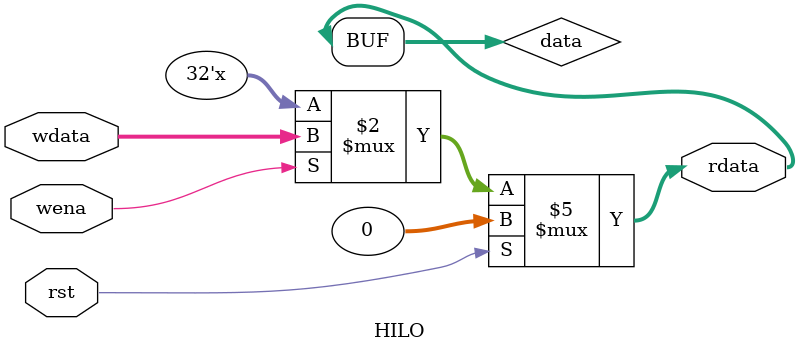
<source format=v>
`timescale 1ns / 1ps


module HILO(
    input wena,
    input rst,
    input[31:0] wdata,
    output[31:0]rdata
    );
    reg [31:0]data;
    always@(*)
        if(rst)
            data<=32'b0;
        else if(wena)
            data<=wdata;
    assign rdata=data;
endmodule

</source>
